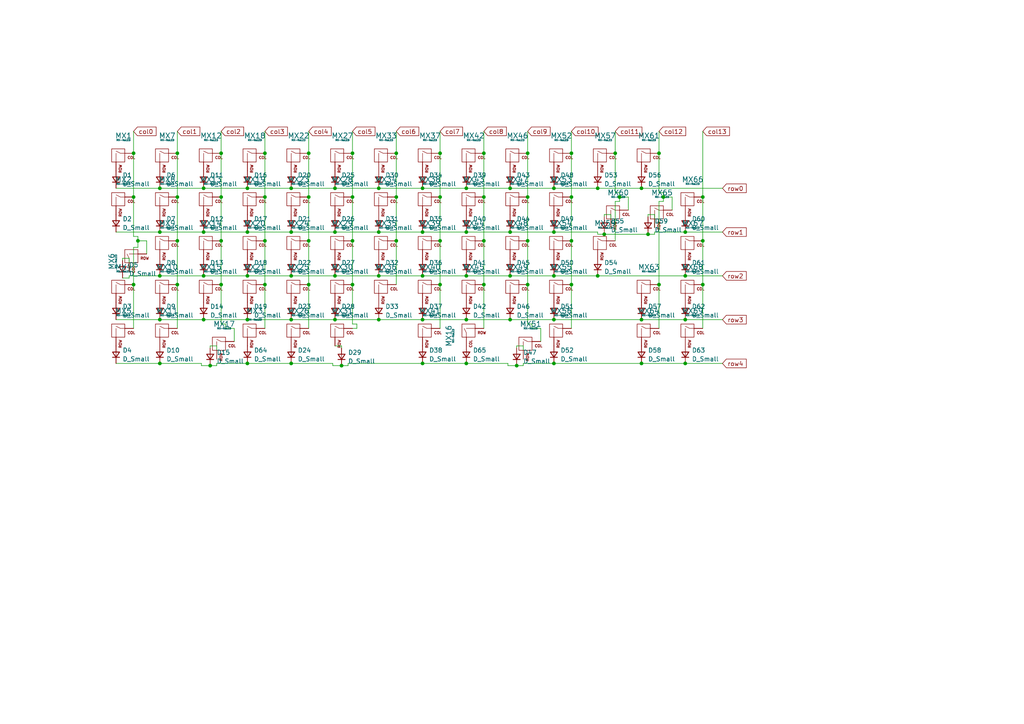
<source format=kicad_sch>
(kicad_sch (version 20250114) (generator "eeschema") (generator_version "9.0")
  (paper "A4")
  (junction (at 147.955 67.31))
  (junction (at 84.455 92.71))
  (junction (at 122.555 92.71))
  (junction (at 60.96 106.045))
  (junction (at 71.755 92.71))
  (junction (at 59.055 67.31))
  (junction (at 153.035 69.85))
  (junction (at 122.555 80.01))
  (junction (at 51.435 57.15))
  (junction (at 46.355 80.01))
  (junction (at 109.855 67.31))
  (junction (at 114.935 57.15))
  (junction (at 59.055 54.61))
  (junction (at 51.435 44.45))
  (junction (at 198.755 105.41))
  (junction (at 198.755 92.71))
  (junction (at 76.835 82.55))
  (junction (at 102.235 57.15))
  (junction (at 186.055 105.41))
  (junction (at 71.755 105.41))
  (junction (at 203.835 82.55))
  (junction (at 187.96 67.945))
  (junction (at 84.455 67.31))
  (junction (at 46.355 92.71))
  (junction (at 147.955 92.71))
  (junction (at 140.335 82.55))
  (junction (at 135.255 80.01))
  (junction (at 186.055 92.71))
  (junction (at 84.455 105.41))
  (junction (at 84.455 54.61))
  (junction (at 40.005 69.85))
  (junction (at 46.355 105.41))
  (junction (at 89.535 57.15))
  (junction (at 147.955 54.61))
  (junction (at 178.435 44.45))
  (junction (at 38.735 82.55))
  (junction (at 38.735 44.45))
  (junction (at 51.435 69.85))
  (junction (at 109.855 80.01))
  (junction (at 153.035 44.45))
  (junction (at 153.035 82.55))
  (junction (at 175.26 67.945))
  (junction (at 165.735 57.15))
  (junction (at 198.755 67.31))
  (junction (at 165.735 69.85))
  (junction (at 64.135 44.45))
  (junction (at 191.135 44.45))
  (junction (at 127.635 44.45))
  (junction (at 186.055 54.61))
  (junction (at 203.835 69.85))
  (junction (at 122.555 105.41))
  (junction (at 114.935 69.85))
  (junction (at 203.835 57.15))
  (junction (at 76.835 44.45))
  (junction (at 102.235 44.45))
  (junction (at 160.655 105.41))
  (junction (at 173.355 80.01))
  (junction (at 153.035 57.15))
  (junction (at 198.755 80.01))
  (junction (at 160.655 92.71))
  (junction (at 122.555 67.31))
  (junction (at 109.855 92.71))
  (junction (at 135.255 92.71))
  (junction (at 173.355 54.61))
  (junction (at 135.255 67.31))
  (junction (at 165.735 44.45))
  (junction (at 64.135 57.15))
  (junction (at 84.455 80.01))
  (junction (at 89.535 44.45))
  (junction (at 140.335 57.15))
  (junction (at 51.435 82.55))
  (junction (at 192.405 57.15))
  (junction (at 64.135 69.85))
  (junction (at 149.86 106.045))
  (junction (at 127.635 57.15))
  (junction (at 59.055 80.01))
  (junction (at 191.135 82.55))
  (junction (at 179.705 57.15))
  (junction (at 76.835 69.85))
  (junction (at 140.335 44.45))
  (junction (at 97.155 54.61))
  (junction (at 71.755 54.61))
  (junction (at 165.735 82.55))
  (junction (at 102.235 82.55))
  (junction (at 160.655 67.31))
  (junction (at 140.335 69.85))
  (junction (at 147.955 80.01))
  (junction (at 38.735 57.15))
  (junction (at 89.535 69.85))
  (junction (at 64.135 82.55))
  (junction (at 97.155 67.31))
  (junction (at 97.155 80.01))
  (junction (at 114.935 44.45))
  (junction (at 135.255 54.61))
  (junction (at 127.635 69.85))
  (junction (at 127.635 82.55))
  (junction (at 59.055 92.71))
  (junction (at 46.355 54.61))
  (junction (at 122.555 54.61))
  (junction (at 89.535 82.55))
  (junction (at 102.235 69.85))
  (junction (at 76.835 57.15))
  (junction (at 99.06 106.045))
  (junction (at 46.355 67.31))
  (junction (at 71.755 67.31))
  (junction (at 135.255 105.41))
  (junction (at 109.855 54.61))
  (junction (at 97.155 92.71))
  (junction (at 160.655 80.01))
  (junction (at 160.655 54.61))
  (junction (at 71.755 80.01))
  (wire (pts (xy 175.26 67.945) (xy 187.96 67.945)))
  (wire (pts (xy 147.32 105.41) (xy 135.255 105.41)))
  (wire (pts (xy 40.005 69.85) (xy 40.005 68.58)))
  (wire (pts (xy 160.655 105.41) (xy 151.765 105.41)))
  (wire (pts (xy 38.735 82.55) (xy 38.735 95.25)))
  (wire (pts (xy 149.86 100.33) (xy 149.86 100.965)))
  (wire (pts (xy 189.865 66.04) (xy 189.865 62.23)))
  (wire (pts (xy 192.405 57.15) (xy 192.405 55.88)))
  (wire (pts (xy 64.135 93.98) (xy 64.135 82.55)))
  (wire (pts (xy 84.455 80.01) (xy 97.155 80.01)))
  (wire (pts (xy 97.155 54.61) (xy 109.855 54.61)))
  (wire (pts (xy 135.255 67.31) (xy 147.955 67.31)))
  (wire (pts (xy 46.355 80.01) (xy 37.465 80.01)))
  (wire (pts (xy 71.755 92.71) (xy 84.455 92.71)))
  (wire (pts (xy 76.835 82.55) (xy 76.835 95.25)))
  (wire (pts (xy 165.735 38.1) (xy 165.735 44.45)))
  (wire (pts (xy 97.155 92.71) (xy 109.855 92.71)))
  (wire (pts (xy 38.735 44.45) (xy 38.735 57.15)))
  (wire (pts (xy 109.855 80.01) (xy 122.555 80.01)))
  (wire (pts (xy 165.735 57.15) (xy 165.735 69.85)))
  (wire (pts (xy 96.52 106.045) (xy 96.52 105.41)))
  (wire (pts (xy 51.435 38.1) (xy 51.435 44.45)))
  (wire (pts (xy 127.635 44.45) (xy 127.635 57.15)))
  (wire (pts (xy 62.865 106.045) (xy 60.96 106.045)))
  (wire (pts (xy 191.135 38.1) (xy 191.135 44.45)))
  (wire (pts (xy 178.435 58.42) (xy 178.435 69.85)))
  (wire (pts (xy 62.865 104.14) (xy 62.865 100.33)))
  (wire (pts (xy 51.435 44.45) (xy 51.435 57.15)))
  (wire (pts (xy 153.035 44.45) (xy 153.035 57.15)))
  (wire (pts (xy 97.155 80.01) (xy 109.855 80.01)))
  (wire (pts (xy 151.765 104.14) (xy 151.765 100.33)))
  (wire (pts (xy 135.255 54.61) (xy 147.955 54.61)))
  (wire (pts (xy 100.965 105.41) (xy 100.965 106.045)))
  (wire (pts (xy 192.405 58.42) (xy 192.405 57.15)))
  (wire (pts (xy 37.465 80.645) (xy 35.56 80.645)))
  (wire (pts (xy 140.335 69.85) (xy 140.335 82.55)))
  (wire (pts (xy 191.135 44.45) (xy 191.135 55.88)))
  (wire (pts (xy 33.655 67.31) (xy 46.355 67.31)))
  (wire (pts (xy 114.935 44.45) (xy 114.935 57.15)))
  (wire (pts (xy 182.245 57.15) (xy 179.705 57.15)))
  (wire (pts (xy 192.405 55.88) (xy 191.135 55.88)))
  (wire (pts (xy 189.865 67.31) (xy 189.865 67.945)))
  (wire (pts (xy 203.835 69.85) (xy 203.835 82.55)))
  (wire (pts (xy 76.835 57.15) (xy 76.835 69.85)))
  (wire (pts (xy 122.555 92.71) (xy 135.255 92.71)))
  (wire (pts (xy 127.635 82.55) (xy 127.635 95.25)))
  (wire (pts (xy 33.655 92.71) (xy 46.355 92.71)))
  (wire (pts (xy 147.955 54.61) (xy 160.655 54.61)))
  (wire (pts (xy 191.135 82.55) (xy 191.135 58.42)))
  (wire (pts (xy 71.755 80.01) (xy 84.455 80.01)))
  (wire (pts (xy 147.955 67.31) (xy 160.655 67.31)))
  (wire (pts (xy 58.42 105.41) (xy 46.355 105.41)))
  (wire (pts (xy 109.855 67.31) (xy 122.555 67.31)))
  (wire (pts (xy 71.755 54.61) (xy 84.455 54.61)))
  (wire (pts (xy 140.335 57.15) (xy 140.335 69.85)))
  (wire (pts (xy 122.555 105.41) (xy 100.965 105.41)))
  (wire (pts (xy 156.845 95.25) (xy 154.305 95.25)))
  (wire (pts (xy 89.535 44.45) (xy 89.535 57.15)))
  (wire (pts (xy 38.735 38.1) (xy 38.735 44.45)))
  (wire (pts (xy 46.355 67.31) (xy 59.055 67.31)))
  (wire (pts (xy 65.405 93.98) (xy 64.135 93.98)))
  (wire (pts (xy 59.055 67.31) (xy 71.755 67.31)))
  (wire (pts (xy 140.335 38.1) (xy 140.335 44.45)))
  (wire (pts (xy 186.055 105.41) (xy 198.755 105.41)))
  (wire (pts (xy 151.765 105.41) (xy 151.765 106.045)))
  (wire (pts (xy 178.435 44.45) (xy 178.435 55.88)))
  (wire (pts (xy 59.055 92.71) (xy 71.755 92.71)))
  (wire (pts (xy 147.32 106.045) (xy 147.32 105.41)))
  (wire (pts (xy 189.865 62.23) (xy 187.96 62.23)))
  (wire (pts (xy 40.005 68.58) (xy 38.735 68.58)))
  (wire (pts (xy 51.435 69.85) (xy 51.435 82.55)))
  (wire (pts (xy 179.705 55.88) (xy 179.705 57.15)))
  (wire (pts (xy 71.755 105.41) (xy 62.865 105.41)))
  (wire (pts (xy 51.435 82.55) (xy 51.435 95.25)))
  (wire (pts (xy 154.305 93.98) (xy 154.305 95.25)))
  (wire (pts (xy 178.435 38.1) (xy 178.435 44.45)))
  (wire (pts (xy 135.255 80.01) (xy 147.955 80.01)))
  (wire (pts (xy 42.545 69.85) (xy 40.005 69.85)))
  (wire (pts (xy 35.56 74.93) (xy 35.56 75.565)))
  (wire (pts (xy 149.86 100.33) (xy 151.765 100.33)))
  (wire (pts (xy 114.935 69.85) (xy 114.935 82.55)))
  (wire (pts (xy 40.005 71.755) (xy 40.005 69.85)))
  (wire (pts (xy 114.935 38.1) (xy 114.935 44.45)))
  (wire (pts (xy 173.355 80.01) (xy 198.755 80.01)))
  (wire (pts (xy 60.96 100.33) (xy 60.96 100.965)))
  (wire (pts (xy 160.655 92.71) (xy 186.055 92.71)))
  (wire (pts (xy 177.165 66.04) (xy 177.165 62.23)))
  (wire (pts (xy 198.755 105.41) (xy 209.55 105.41)))
  (wire (pts (xy 109.855 54.61) (xy 122.555 54.61)))
  (wire (pts (xy 97.155 67.31) (xy 109.855 67.31)))
  (wire (pts (xy 165.735 69.85) (xy 165.735 82.55)))
  (wire (pts (xy 42.545 73.66) (xy 42.545 69.85)))
  (wire (pts (xy 37.465 78.74) (xy 37.465 74.93)))
  (wire (pts (xy 153.035 38.1) (xy 153.035 44.45)))
  (wire (pts (xy 192.405 57.15) (xy 194.945 57.15)))
  (wire (pts (xy 179.705 58.42) (xy 178.435 58.42)))
  (wire (pts (xy 76.835 38.1) (xy 76.835 44.45)))
  (wire (pts (xy 122.555 80.01) (xy 135.255 80.01)))
  (wire (pts (xy 96.52 105.41) (xy 84.455 105.41)))
  (wire (pts (xy 102.235 93.98) (xy 102.235 82.55)))
  (wire (pts (xy 165.735 82.55) (xy 165.735 95.25)))
  (wire (pts (xy 64.135 44.45) (xy 64.135 57.15)))
  (wire (pts (xy 46.355 105.41) (xy 33.655 105.41)))
  (wire (pts (xy 67.945 95.25) (xy 65.405 95.25)))
  (wire (pts (xy 60.96 106.045) (xy 58.42 106.045)))
  (wire (pts (xy 103.505 95.25) (xy 102.235 95.25)))
  (wire (pts (xy 103.505 93.98) (xy 102.235 93.98)))
  (wire (pts (xy 186.055 54.61) (xy 209.55 54.61)))
  (wire (pts (xy 175.26 67.945) (xy 173.355 67.945)))
  (wire (pts (xy 140.335 82.55) (xy 140.335 95.25)))
  (wire (pts (xy 76.835 44.45) (xy 76.835 57.15)))
  (wire (pts (xy 179.705 57.15) (xy 179.705 58.42)))
  (wire (pts (xy 46.355 92.71) (xy 59.055 92.71)))
  (wire (pts (xy 165.735 44.45) (xy 165.735 57.15)))
  (wire (pts (xy 203.835 38.1) (xy 203.835 57.15)))
  (wire (pts (xy 38.735 71.755) (xy 40.005 71.755)))
  (wire (pts (xy 64.135 38.1) (xy 64.135 44.45)))
  (wire (pts (xy 37.465 74.93) (xy 35.56 74.93)))
  (wire (pts (xy 156.845 99.06) (xy 156.845 95.25)))
  (wire (pts (xy 89.535 57.15) (xy 89.535 69.85)))
  (wire (pts (xy 127.635 38.1) (xy 127.635 44.45)))
  (wire (pts (xy 89.535 38.1) (xy 89.535 44.45)))
  (wire (pts (xy 38.735 68.58) (xy 38.735 57.15)))
  (wire (pts (xy 51.435 57.15) (xy 51.435 69.85)))
  (wire (pts (xy 127.635 69.85) (xy 127.635 82.55)))
  (wire (pts (xy 59.055 80.01) (xy 71.755 80.01)))
  (wire (pts (xy 135.255 105.41) (xy 122.555 105.41)))
  (wire (pts (xy 140.335 44.45) (xy 140.335 57.15)))
  (wire (pts (xy 114.935 57.15) (xy 114.935 69.85)))
  (wire (pts (xy 76.835 69.85) (xy 76.835 82.55)))
  (wire (pts (xy 198.755 67.31) (xy 189.865 67.31)))
  (wire (pts (xy 160.655 67.31) (xy 173.355 67.31)))
  (wire (pts (xy 189.865 67.945) (xy 187.96 67.945)))
  (wire (pts (xy 89.535 69.85) (xy 89.535 82.55)))
  (wire (pts (xy 84.455 92.71) (xy 97.155 92.71)))
  (wire (pts (xy 102.235 38.1) (xy 102.235 44.45)))
  (wire (pts (xy 100.965 106.045) (xy 99.06 106.045)))
  (wire (pts (xy 102.235 69.85) (xy 102.235 82.55)))
  (wire (pts (xy 102.235 57.15) (xy 102.235 69.85)))
  (wire (pts (xy 102.235 44.45) (xy 102.235 57.15)))
  (wire (pts (xy 173.355 54.61) (xy 186.055 54.61)))
  (wire (pts (xy 38.735 82.55) (xy 38.735 71.755)))
  (wire (pts (xy 149.86 106.045) (xy 147.32 106.045)))
  (wire (pts (xy 187.96 62.23) (xy 187.96 62.865)))
  (wire (pts (xy 182.245 60.96) (xy 182.245 57.15)))
  (wire (pts (xy 160.655 54.61) (xy 173.355 54.61)))
  (wire (pts (xy 160.655 80.01) (xy 173.355 80.01)))
  (wire (pts (xy 64.135 69.85) (xy 64.135 82.55)))
  (wire (pts (xy 64.135 57.15) (xy 64.135 69.85)))
  (wire (pts (xy 109.855 92.71) (xy 122.555 92.71)))
  (wire (pts (xy 191.135 58.42) (xy 192.405 58.42)))
  (wire (pts (xy 59.055 54.61) (xy 71.755 54.61)))
  (wire (pts (xy 65.405 95.25) (xy 65.405 93.98)))
  (wire (pts (xy 147.955 92.71) (xy 160.655 92.71)))
  (wire (pts (xy 84.455 105.41) (xy 71.755 105.41)))
  (wire (pts (xy 99.06 100.33) (xy 97.155 100.33)))
  (wire (pts (xy 194.945 60.96) (xy 194.945 57.15)))
  (wire (pts (xy 37.465 80.01) (xy 37.465 80.645)))
  (wire (pts (xy 153.035 82.55) (xy 153.035 93.98)))
  (wire (pts (xy 203.835 57.15) (xy 203.835 69.85)))
  (wire (pts (xy 71.755 67.31) (xy 84.455 67.31)))
  (wire (pts (xy 151.765 106.045) (xy 149.86 106.045)))
  (wire (pts (xy 198.755 67.31) (xy 209.55 67.31)))
  (wire (pts (xy 122.555 54.61) (xy 135.255 54.61)))
  (wire (pts (xy 122.555 67.31) (xy 135.255 67.31)))
  (wire (pts (xy 89.535 82.55) (xy 89.535 95.25)))
  (wire (pts (xy 173.355 67.945) (xy 173.355 67.31)))
  (wire (pts (xy 103.505 95.25) (xy 103.505 93.98)))
  (wire (pts (xy 186.055 92.71) (xy 198.755 92.71)))
  (wire (pts (xy 175.26 62.23) (xy 175.26 62.865)))
  (wire (pts (xy 58.42 106.045) (xy 58.42 105.41)))
  (wire (pts (xy 198.755 92.71) (xy 209.55 92.71)))
  (wire (pts (xy 67.945 99.06) (xy 67.945 95.25)))
  (wire (pts (xy 84.455 67.31) (xy 97.155 67.31)))
  (wire (pts (xy 153.035 69.85) (xy 153.035 82.55)))
  (wire (pts (xy 178.435 55.88) (xy 179.705 55.88)))
  (wire (pts (xy 33.655 54.61) (xy 46.355 54.61)))
  (wire (pts (xy 203.835 82.55) (xy 203.835 95.25)))
  (wire (pts (xy 147.955 80.01) (xy 160.655 80.01)))
  (wire (pts (xy 62.865 100.33) (xy 60.96 100.33)))
  (wire (pts (xy 99.06 106.045) (xy 96.52 106.045)))
  (wire (pts (xy 84.455 54.61) (xy 97.155 54.61)))
  (wire (pts (xy 198.755 80.01) (xy 209.55 80.01)))
  (wire (pts (xy 127.635 57.15) (xy 127.635 69.85)))
  (wire (pts (xy 160.655 105.41) (xy 186.055 105.41)))
  (wire (pts (xy 62.865 105.41) (xy 62.865 106.045)))
  (wire (pts (xy 46.355 54.61) (xy 59.055 54.61)))
  (wire (pts (xy 153.035 93.98) (xy 154.305 93.98)))
  (wire (pts (xy 135.255 92.71) (xy 147.955 92.71)))
  (wire (pts (xy 46.355 80.01) (xy 59.055 80.01)))
  (wire (pts (xy 191.135 82.55) (xy 191.135 95.25)))
  (wire (pts (xy 99.06 100.33) (xy 99.06 100.965)))
  (wire (pts (xy 177.165 62.23) (xy 175.26 62.23)))
  (wire (pts (xy 153.035 57.15) (xy 153.035 69.85)))
  (global_label "col11" (shape input) (at 178.435 38.1 0) (property "Intersheetrefs" "${INTERSHEET_REFS}" (effects (hide yes))))
  (global_label "col8" (shape input) (at 140.335 38.1 0) (property "Intersheetrefs" "${INTERSHEET_REFS}" (effects (hide yes))))
  (global_label "col10" (shape input) (at 165.735 38.1 0) (property "Intersheetrefs" "${INTERSHEET_REFS}" (effects (hide yes))))
  (global_label "col1" (shape input) (at 51.435 38.1 0) (property "Intersheetrefs" "${INTERSHEET_REFS}" (effects (hide yes))))
  (global_label "col7" (shape input) (at 127.635 38.1 0) (property "Intersheetrefs" "${INTERSHEET_REFS}" (effects (hide yes))))
  (global_label "col13" (shape input) (at 203.835 38.1 0) (property "Intersheetrefs" "${INTERSHEET_REFS}" (effects (hide yes))))
  (global_label "row2" (shape input) (at 209.55 80.01 0) (property "Intersheetrefs" "${INTERSHEET_REFS}" (effects (hide yes))))
  (global_label "col6" (shape input) (at 114.935 38.1 0) (property "Intersheetrefs" "${INTERSHEET_REFS}" (effects (hide yes))))
  (global_label "col5" (shape input) (at 102.235 38.1 0) (property "Intersheetrefs" "${INTERSHEET_REFS}" (effects (hide yes))))
  (global_label "row4" (shape input) (at 209.55 105.41 0) (property "Intersheetrefs" "${INTERSHEET_REFS}" (effects (hide yes))))
  (global_label "col9" (shape input) (at 153.035 38.1 0) (property "Intersheetrefs" "${INTERSHEET_REFS}" (effects (hide yes))))
  (global_label "col12" (shape input) (at 191.135 38.1 0) (property "Intersheetrefs" "${INTERSHEET_REFS}" (effects (hide yes))))
  (global_label "col4" (shape input) (at 89.535 38.1 0) (property "Intersheetrefs" "${INTERSHEET_REFS}" (effects (hide yes))))
  (global_label "row0" (shape input) (at 209.55 54.61 0) (property "Intersheetrefs" "${INTERSHEET_REFS}" (effects (hide yes))))
  (global_label "col3" (shape input) (at 76.835 38.1 0) (property "Intersheetrefs" "${INTERSHEET_REFS}" (effects (hide yes))))
  (global_label "col0" (shape input) (at 38.735 38.1 0) (property "Intersheetrefs" "${INTERSHEET_REFS}" (effects (hide yes))))
  (global_label "row1" (shape input) (at 209.55 67.31 0) (property "Intersheetrefs" "${INTERSHEET_REFS}" (effects (hide yes))))
  (global_label "row3" (shape input) (at 209.55 92.71 0) (property "Intersheetrefs" "${INTERSHEET_REFS}" (effects (hide yes))))
  (global_label "col2" (shape input) (at 64.135 38.1 0) (property "Intersheetrefs" "${INTERSHEET_REFS}" (effects (hide yes))))
  (symbol (lib_id "cipulot_parts:MX-NoLED") (at 98.425 45.72 0) (unit 1)
    (property "Reference" "MX27" (at 99.3106 39.37 0) (effects (font (size 1.524 1.524))))
    (property "Value" "MX-NoLED" (at 99.3106 40.64 0) (effects (font (size 0.508 0.508))))
    (property "Footprint" "marbastlib-mx:SW_MX_HS_1u" (effects (hide yes)))
  )
  (symbol (lib_id "cipulot_parts:MX-NoLED") (at 149.225 83.82 0) (unit 1)
    (property "Reference" "MX49" (at 150.1106 77.47 0) (effects (font (size 1.524 1.524))))
    (property "Value" "MX-NoLED" (at 150.1106 78.74 0) (effects (font (size 0.508 0.508))))
    (property "Footprint" "marbastlib-mx:SW_MX_HS_1u" (effects (hide yes)))
  )
  (symbol (lib_id "Device:D_Small") (at 97.155 52.07 90) (unit 1)
    (property "Reference" "D25" (at 99.06 50.7999 90) (effects (justify right)))
    (property "Value" "D_Small" (at 99.06 53.3399 90) (effects (justify right)))
    (property "Footprint" "Diode_SMD:D_SOD-123" (effects (hide yes)))
  )
  (symbol (lib_id "Device:D_Small") (at 33.655 64.77 90) (unit 1)
    (property "Reference" "D2" (at 35.56 63.4999 90) (effects (justify right)))
    (property "Value" "D_Small" (at 35.56 66.0399 90) (effects (justify right)))
    (property "Footprint" "Diode_SMD:D_SOD-123" (effects (hide yes)))
  )
  (symbol (lib_id "cipulot_parts:MX-NoLED") (at 85.725 45.72 0) (unit 1)
    (property "Reference" "MX22" (at 86.6106 39.37 0) (effects (font (size 1.524 1.524))))
    (property "Value" "MX-NoLED" (at 86.6106 40.64 0) (effects (font (size 0.508 0.508))))
    (property "Footprint" "marbastlib-mx:SW_MX_HS_1u" (effects (hide yes)))
  )
  (symbol (lib_id "Device:D_Small") (at 147.955 77.47 90) (unit 1)
    (property "Reference" "D45" (at 149.86 76.1999 90) (effects (justify right)))
    (property "Value" "D_Small" (at 149.86 78.7399 90) (effects (justify right)))
    (property "Footprint" "Diode_SMD:D_SOD-123" (effects (hide yes)))
  )
  (symbol (lib_id "cipulot_parts:MX-NoLED") (at 161.925 96.52 0) (unit 1)
    (property "Reference" "MX56" (at 162.8106 90.17 0) (effects (font (size 1.524 1.524))))
    (property "Value" "MX-NoLED" (at 162.8106 91.44 0) (effects (font (size 0.508 0.508))))
    (property "Footprint" "marbastlib-mx:SW_MX_HS_1u" (effects (hide yes)))
  )
  (symbol (lib_id "Device:D_Small") (at 135.255 90.17 90) (unit 1)
    (property "Reference" "D42" (at 137.16 88.8999 90) (effects (justify right)))
    (property "Value" "D_Small" (at 137.16 91.4399 90) (effects (justify right)))
    (property "Footprint" "Diode_SMD:D_SOD-123" (effects (hide yes)))
  )
  (symbol (lib_id "cipulot_parts:MX-NoLED") (at 200.025 58.42 0) (unit 1)
    (property "Reference" "MX66" (at 200.9106 52.07 0) (effects (font (size 1.524 1.524))))
    (property "Value" "MX-NoLED" (at 200.9106 53.34 0) (effects (font (size 0.508 0.508))))
    (property "Footprint" "marbastlib-mx:SW_MX_HS_1u" (effects (hide yes)))
  )
  (symbol (lib_id "Device:D_Small") (at 122.555 64.77 90) (unit 1)
    (property "Reference" "D35" (at 124.46 63.4999 90) (effects (justify right)))
    (property "Value" "D_Small" (at 124.46 66.0399 90) (effects (justify right)))
    (property "Footprint" "Diode_SMD:D_SOD-123" (effects (hide yes)))
  )
  (symbol (lib_id "cipulot_parts:MX-NoLED") (at 60.325 45.72 0) (unit 1)
    (property "Reference" "MX12" (at 61.2106 39.37 0) (effects (font (size 1.524 1.524))))
    (property "Value" "MX-NoLED" (at 61.2106 40.64 0) (effects (font (size 0.508 0.508))))
    (property "Footprint" "marbastlib-mx:SW_MX_HS_1u" (effects (hide yes)))
  )
  (symbol (lib_id "cipulot_parts:MX-NoLED") (at 85.725 58.42 0) (unit 1)
    (property "Reference" "MX23" (at 86.6106 52.07 0) (effects (font (size 1.524 1.524))))
    (property "Value" "MX-NoLED" (at 86.6106 53.34 0) (effects (font (size 0.508 0.508))))
    (property "Footprint" "marbastlib-mx:SW_MX_HS_1u" (effects (hide yes)))
  )
  (symbol (lib_id "Device:D_Small") (at 135.255 77.47 90) (unit 1)
    (property "Reference" "D41" (at 137.16 76.1999 90) (effects (justify right)))
    (property "Value" "D_Small" (at 137.16 78.7399 90) (effects (justify right)))
    (property "Footprint" "Diode_SMD:D_SOD-123" (effects (hide yes)))
  )
  (symbol (lib_id "Device:D_Small") (at 97.155 64.77 90) (unit 1)
    (property "Reference" "D26" (at 99.06 63.4999 90) (effects (justify right)))
    (property "Value" "D_Small" (at 99.06 66.0399 90) (effects (justify right)))
    (property "Footprint" "Diode_SMD:D_SOD-123" (effects (hide yes)))
  )
  (symbol (lib_id "Device:D_Small") (at 59.055 90.17 90) (unit 1)
    (property "Reference" "D14" (at 60.96 88.8999 90) (effects (justify right)))
    (property "Value" "D_Small" (at 60.96 91.4399 90) (effects (justify right)))
    (property "Footprint" "Diode_SMD:D_SOD-123" (effects (hide yes)))
  )
  (symbol (lib_name "MX-NoLED_4") (lib_id "cipulot_parts:MX-NoLED") (at 178.435 62.23 0) (unit 1)
    (property "Reference" "MX60" (at 179.3206 55.88 0) (effects (font (size 1.524 1.524))))
    (property "Value" "MX-NoLED" (at 179.3206 57.15 0) (effects (font (size 0.508 0.508))))
    (property "Footprint" "marbastlib-mx:SW_MX_HS_1.5u" (effects (hide yes)))
  )
  (symbol (lib_id "cipulot_parts:MX-NoLED") (at 98.425 58.42 0) (unit 1)
    (property "Reference" "MX28" (at 99.3106 52.07 0) (effects (font (size 1.524 1.524))))
    (property "Value" "MX-NoLED" (at 99.3106 53.34 0) (effects (font (size 0.508 0.508))))
    (property "Footprint" "marbastlib-mx:SW_MX_HS_1u" (effects (hide yes)))
  )
  (symbol (lib_id "Device:D_Small") (at 175.26 65.405 90) (unit 1)
    (property "Reference" "D55" (at 177.165 64.1349 90) (effects (justify right)))
    (property "Value" "D_Small" (at 177.165 66.6749 90) (effects (justify right)))
    (property "Footprint" "Diode_SMD:D_SOD-123" (effects (hide yes)))
  )
  (symbol (lib_id "cipulot_parts:MX-NoLED") (at 187.325 45.72 0) (unit 1)
    (property "Reference" "MX61" (at 188.2106 39.37 0) (effects (font (size 1.524 1.524))))
    (property "Value" "MX-NoLED" (at 188.2106 40.64 0) (effects (font (size 0.508 0.508))))
    (property "Footprint" "marbastlib-mx:SW_MX_HS_1u" (effects (hide yes)))
  )
  (symbol (lib_id "Device:D_Small") (at 46.355 90.17 90) (unit 1)
    (property "Reference" "D9" (at 48.26 88.8999 90) (effects (justify right)))
    (property "Value" "D_Small" (at 48.26 91.4399 90) (effects (justify right)))
    (property "Footprint" "Diode_SMD:D_SOD-123" (effects (hide yes)))
  )
  (symbol (lib_name "MX-NoLED_5") (lib_id "cipulot_parts:MX-NoLED") (at 191.135 62.23 0) (unit 1)
    (property "Reference" "MX65" (at 192.0206 55.88 0) (effects (font (size 1.524 1.524))))
    (property "Value" "MX-NoLED" (at 192.0206 57.15 0) (effects (font (size 0.508 0.508))))
    (property "Footprint" "marbastlib-mx:SW_MX_HS_1u" (effects (hide yes)))
  )
  (symbol (lib_id "cipulot_parts:MX-NoLED") (at 60.325 83.82 0) (unit 1)
    (property "Reference" "MX15" (at 61.2106 77.47 0) (effects (font (size 1.524 1.524))))
    (property "Value" "MX-NoLED" (at 61.2106 78.74 0) (effects (font (size 0.508 0.508))))
    (property "Footprint" "marbastlib-mx:SW_MX_HS_1u" (effects (hide yes)))
  )
  (symbol (lib_id "cipulot_parts:MX-NoLED") (at 111.125 71.12 0) (unit 1)
    (property "Reference" "MX35" (at 112.0106 64.77 0) (effects (font (size 1.524 1.524))))
    (property "Value" "MX-NoLED" (at 112.0106 66.04 0) (effects (font (size 0.508 0.508))))
    (property "Footprint" "marbastlib-mx:SW_MX_HS_1u" (effects (hide yes)))
  )
  (symbol (lib_id "Device:D_Small") (at 46.355 77.47 90) (unit 1)
    (property "Reference" "D8" (at 48.26 76.1999 90) (effects (justify right)))
    (property "Value" "D_Small" (at 48.26 78.7399 90) (effects (justify right)))
    (property "Footprint" "Diode_SMD:D_SOD-123" (effects (hide yes)))
  )
  (symbol (lib_id "cipulot_parts:MX-NoLED") (at 200.025 71.12 0) (unit 1)
    (property "Reference" "MX67" (at 200.9106 64.77 0) (effects (font (size 1.524 1.524))))
    (property "Value" "MX-NoLED" (at 200.9106 66.04 0) (effects (font (size 0.508 0.508))))
    (property "Footprint" "marbastlib-mx:SW_MX_HS_1u" (effects (hide yes)))
  )
  (symbol (lib_id "Device:D_Small") (at 71.755 77.47 90) (unit 1)
    (property "Reference" "D18" (at 73.66 76.1999 90) (effects (justify right)))
    (property "Value" "D_Small" (at 73.66 78.7399 90) (effects (justify right)))
    (property "Footprint" "Diode_SMD:D_SOD-123" (effects (hide yes)))
  )
  (symbol (lib_id "cipulot_parts:MX-NoLED") (at 34.925 45.72 0) (unit 1)
    (property "Reference" "MX1" (at 35.8106 39.37 0) (effects (font (size 1.524 1.524))))
    (property "Value" "MX-NoLED" (at 35.8106 40.64 0) (effects (font (size 0.508 0.508))))
    (property "Footprint" "marbastlib-mx:SW_MX_HS_1u" (effects (hide yes)))
  )
  (symbol (lib_id "cipulot_parts:MX-NoLED") (at 123.825 96.52 0) (unit 1)
    (property "Reference" "MX41" (at 124.7106 90.17 0) (effects (font (size 1.524 1.524))))
    (property "Value" "MX-NoLED" (at 124.7106 91.44 0) (effects (font (size 0.508 0.508))))
    (property "Footprint" "cipulot_parts:MXOnly-2.75U-Hotswap-ReversedStabilizers" (effects (hide yes)))
  )
  (symbol (lib_id "Device:D_Small") (at 109.855 52.07 90) (unit 1)
    (property "Reference" "D30" (at 111.76 50.7999 90) (effects (justify right)))
    (property "Value" "D_Small" (at 111.76 53.3399 90) (effects (justify right)))
    (property "Footprint" "Diode_SMD:D_SOD-123" (effects (hide yes)))
  )
  (symbol (lib_id "cipulot_parts:MX-NoLED") (at 73.025 96.52 0) (unit 1)
    (property "Reference" "MX3" (at 73.9082 90.17 0) (effects (font (size 1.524 1.524))))
    (property "Value" "MX-NoLED" (at 73.9082 92.71 0) (effects (font (size 0.508 0.508))))
    (property "Footprint" "marbastlib-mx:SW_MX_HS_1u" (effects (hide yes)))
  )
  (symbol (lib_name "MX-NoLED_2") (lib_id "cipulot_parts:MX-NoLED") (at 64.135 100.33 0) (unit 1)
    (property "Reference" "MX17" (at 65.0206 93.98 0) (effects (font (size 1.524 1.524))))
    (property "Value" "MX-NoLED" (at 65.0206 95.25 0) (effects (font (size 0.508 0.508))))
    (property "Footprint" "marbastlib-mx:SW_MX_HS_1.25u" (effects (hide yes)))
  )
  (symbol (lib_id "Device:D_Small") (at 84.455 52.07 90) (unit 1)
    (property "Reference" "D20" (at 86.36 50.7999 90) (effects (justify right)))
    (property "Value" "D_Small" (at 86.36 53.3399 90) (effects (justify right)))
    (property "Footprint" "Diode_SMD:D_SOD-123" (effects (hide yes)))
  )
  (symbol (lib_id "Device:D_Small") (at 109.855 77.47 90) (unit 1)
    (property "Reference" "D32" (at 111.76 76.1999 90) (effects (justify right)))
    (property "Value" "D_Small" (at 111.76 78.7399 90) (effects (justify right)))
    (property "Footprint" "Diode_SMD:D_SOD-123" (effects (hide yes)))
  )
  (symbol (lib_id "cipulot_parts:MX-NoLED") (at 187.325 96.52 0) (unit 1)
    (property "Reference" "MX64" (at 188.2106 90.17 0) (effects (font (size 1.524 1.524))))
    (property "Value" "MX-NoLED" (at 188.2106 91.44 0) (effects (font (size 0.508 0.508))))
    (property "Footprint" "marbastlib-mx:SW_MX_HS_1.25u" (effects (hide yes)))
  )
  (symbol (lib_id "Device:D_Small") (at 71.755 102.87 90) (unit 1)
    (property "Reference" "D64" (at 73.66 101.5999 90) (effects (justify right)))
    (property "Value" "D_Small" (at 73.66 104.1399 90) (effects (justify right)))
    (property "Footprint" "Diode_SMD:D_SOD-123" (effects (hide yes)))
    (instances (project "Hotswap" (path "" (reference "D64") (unit 1))) (project "Serendipity-rp2040" (path "" (reference "D15") (unit 1))))
  )
  (symbol (lib_id "Device:D_Small") (at 46.355 64.77 90) (unit 1)
    (property "Reference" "D7" (at 48.26 63.4999 90) (effects (justify right)))
    (property "Value" "D_Small" (at 48.26 66.0399 90) (effects (justify right)))
    (property "Footprint" "Diode_SMD:D_SOD-123" (effects (hide yes)))
  )
  (symbol (lib_id "cipulot_parts:MX-NoLED") (at 34.925 58.42 0) (unit 1)
    (property "Reference" "MX2" (at 35.8106 52.07 0) (effects (font (size 1.524 1.524))))
    (property "Value" "MX-NoLED" (at 35.8106 53.34 0) (effects (font (size 0.508 0.508))))
    (property "Footprint" "marbastlib-mx:SW_MX_HS_1.5u" (effects (hide yes)))
  )
  (symbol (lib_id "cipulot_parts:MX-NoLED") (at 149.225 71.12 0) (unit 1)
    (property "Reference" "MX48" (at 150.1106 64.77 0) (effects (font (size 1.524 1.524))))
    (property "Value" "MX-NoLED" (at 150.1106 66.04 0) (effects (font (size 0.508 0.508))))
    (property "Footprint" "marbastlib-mx:SW_MX_HS_1u" (effects (hide yes)))
  )
  (symbol (lib_id "cipulot_parts:MX-NoLED") (at 111.125 45.72 0) (unit 1)
    (property "Reference" "MX33" (at 112.0106 39.37 0) (effects (font (size 1.524 1.524))))
    (property "Value" "MX-NoLED" (at 112.0106 40.64 0) (effects (font (size 0.508 0.508))))
    (property "Footprint" "marbastlib-mx:SW_MX_HS_1u" (effects (hide yes)))
  )
  (symbol (lib_id "cipulot_parts:MX-NoLED") (at 123.825 83.82 0) (unit 1)
    (property "Reference" "MX40" (at 124.7106 77.47 0) (effects (font (size 1.524 1.524))))
    (property "Value" "MX-NoLED" (at 124.7106 78.74 0) (effects (font (size 0.508 0.508))))
    (property "Footprint" "marbastlib-mx:SW_MX_HS_1u" (effects (hide yes)))
  )
  (symbol (lib_id "Device:D_Small") (at 198.755 64.77 90) (unit 1)
    (property "Reference" "D60" (at 200.66 63.4999 90) (effects (justify right)))
    (property "Value" "D_Small" (at 200.66 66.0399 90) (effects (justify right)))
    (property "Footprint" "Diode_SMD:D_SOD-123" (effects (hide yes)))
  )
  (symbol (lib_id "Device:D_Small") (at 160.655 77.47 90) (unit 1)
    (property "Reference" "D50" (at 162.56 76.1999 90) (effects (justify right)))
    (property "Value" "D_Small" (at 162.56 78.7399 90) (effects (justify right)))
    (property "Footprint" "Diode_SMD:D_SOD-123" (effects (hide yes)))
  )
  (symbol (lib_id "Device:D_Small") (at 173.355 52.07 90) (unit 1)
    (property "Reference" "D53" (at 175.26 50.7999 90) (effects (justify right)))
    (property "Value" "D_Small" (at 175.26 53.3399 90) (effects (justify right)))
    (property "Footprint" "Diode_SMD:D_SOD-123" (effects (hide yes)))
  )
  (symbol (lib_id "Device:D_Small") (at 173.355 77.47 90) (unit 1)
    (property "Reference" "D54" (at 175.26 76.1999 90) (effects (justify right)))
    (property "Value" "D_Small" (at 175.26 78.7399 90) (effects (justify right)))
    (property "Footprint" "Diode_SMD:D_SOD-123" (effects (hide yes)))
  )
  (symbol (lib_id "Device:D_Small") (at 60.96 103.505 90) (unit 1)
    (property "Reference" "D15" (at 62.865 102.2349 90) (effects (justify right)))
    (property "Value" "D_Small" (at 62.865 104.7749 90) (effects (justify right)))
    (property "Footprint" "Diode_SMD:D_SOD-123" (effects (hide yes)))
  )
  (symbol (lib_id "Device:D_Small") (at 198.755 77.47 90) (unit 1)
    (property "Reference" "D61" (at 200.66 76.1999 90) (effects (justify right)))
    (property "Value" "D_Small" (at 200.66 78.7399 90) (effects (justify right)))
    (property "Footprint" "Diode_SMD:D_SOD-123" (effects (hide yes)))
  )
  (symbol (lib_id "cipulot_parts:MX-NoLED") (at 123.825 45.72 0) (unit 1)
    (property "Reference" "MX37" (at 124.7106 39.37 0) (effects (font (size 1.524 1.524))))
    (property "Value" "MX-NoLED" (at 124.7106 40.64 0) (effects (font (size 0.508 0.508))))
    (property "Footprint" "marbastlib-mx:SW_MX_HS_1u" (effects (hide yes)))
  )
  (symbol (lib_id "Device:D_Small") (at 149.86 103.505 90) (unit 1)
    (property "Reference" "D47" (at 151.765 102.2349 90) (effects (justify right)))
    (property "Value" "D_Small" (at 151.765 104.7749 90) (effects (justify right)))
    (property "Footprint" "Diode_SMD:D_SOD-123" (effects (hide yes)))
  )
  (symbol (lib_id "Device:D_Small") (at 186.055 52.07 90) (unit 1)
    (property "Reference" "D56" (at 187.96 50.7999 90) (effects (justify right)))
    (property "Value" "D_Small" (at 187.96 53.3399 90) (effects (justify right)))
    (property "Footprint" "Diode_SMD:D_SOD-123" (effects (hide yes)))
  )
  (symbol (lib_id "Device:D_Small") (at 160.655 64.77 90) (unit 1)
    (property "Reference" "D49" (at 162.56 63.4999 90) (effects (justify right)))
    (property "Value" "D_Small" (at 162.56 66.0399 90) (effects (justify right)))
    (property "Footprint" "Diode_SMD:D_SOD-123" (effects (hide yes)))
  )
  (symbol (lib_id "cipulot_parts:MX-NoLED") (at 34.925 83.82 0) (unit 1)
    (property "Reference" "MX4" (at 35.8106 77.47 0) (effects (font (size 1.524 1.524))))
    (property "Value" "MX-NoLED" (at 35.8106 78.74 0) (effects (font (size 0.508 0.508))))
    (property "Footprint" "cipulot_parts:MXOnly-2.25U-Hotswap-ReversedStabilizers" (effects (hide yes)))
  )
  (symbol (lib_id "Device:D_Small") (at 135.255 64.77 90) (unit 1)
    (property "Reference" "D40" (at 137.16 63.4999 90) (effects (justify right)))
    (property "Value" "D_Small" (at 137.16 66.0399 90) (effects (justify right)))
    (property "Footprint" "Diode_SMD:D_SOD-123" (effects (hide yes)))
  )
  (symbol (lib_id "Device:D_Small") (at 59.055 64.77 90) (unit 1)
    (property "Reference" "D12" (at 60.96 63.4999 90) (effects (justify right)))
    (property "Value" "D_Small" (at 60.96 66.0399 90) (effects (justify right)))
    (property "Footprint" "Diode_SMD:D_SOD-123" (effects (hide yes)))
  )
  (symbol (lib_id "Device:D_Small") (at 99.06 103.505 90) (unit 1)
    (property "Reference" "D29" (at 100.965 102.2349 90) (effects (justify right)))
    (property "Value" "D_Small" (at 100.965 104.7749 90) (effects (justify right)))
    (property "Footprint" "Diode_SMD:D_SOD-123" (effects (hide yes)))
  )
  (symbol (lib_id "Device:D_Small") (at 160.655 52.07 90) (unit 1)
    (property "Reference" "D48" (at 162.56 50.7999 90) (effects (justify right)))
    (property "Value" "D_Small" (at 162.56 53.3399 90) (effects (justify right)))
    (property "Footprint" "Diode_SMD:D_SOD-123" (effects (hide yes)))
  )
  (symbol (lib_id "Device:D_Small") (at 46.355 52.07 90) (unit 1)
    (property "Reference" "D6" (at 48.26 50.7999 90) (effects (justify right)))
    (property "Value" "D_Small" (at 48.26 53.3399 90) (effects (justify right)))
    (property "Footprint" "Diode_SMD:D_SOD-123" (effects (hide yes)))
  )
  (symbol (lib_id "cipulot_parts:MX-NoLED") (at 47.625 83.82 0) (unit 1)
    (property "Reference" "MX10" (at 48.5106 77.47 0) (effects (font (size 1.524 1.524))))
    (property "Value" "MX-NoLED" (at 48.5106 78.74 0) (effects (font (size 0.508 0.508))))
    (property "Footprint" "marbastlib-mx:SW_MX_HS_1u" (effects (hide yes)))
  )
  (symbol (lib_id "Device:D_Small") (at 97.155 77.47 90) (unit 1)
    (property "Reference" "D27" (at 99.06 76.1999 90) (effects (justify right)))
    (property "Value" "D_Small" (at 99.06 78.7399 90) (effects (justify right)))
    (property "Footprint" "Diode_SMD:D_SOD-123" (effects (hide yes)))
  )
  (symbol (lib_name "MX-NoLED_6") (lib_id "cipulot_parts:MX-NoLED") (at 153.035 100.33 0) (unit 1)
    (property "Reference" "MX51" (at 153.9206 93.98 0) (effects (font (size 1.524 1.524))))
    (property "Value" "MX-NoLED" (at 153.9206 95.25 0) (effects (font (size 0.508 0.508))))
    (property "Footprint" "marbastlib-mx:SW_MX_HS_1.25u" (effects (hide yes)))
  )
  (symbol (lib_id "Device:D_Small") (at 147.955 90.17 90) (unit 1)
    (property "Reference" "D46" (at 149.86 88.8999 90) (effects (justify right)))
    (property "Value" "D_Small" (at 149.86 91.4399 90) (effects (justify right)))
    (property "Footprint" "Diode_SMD:D_SOD-123" (effects (hide yes)))
  )
  (symbol (lib_id "Device:D_Small") (at 71.755 52.07 90) (unit 1)
    (property "Reference" "D16" (at 73.66 50.7999 90) (effects (justify right)))
    (property "Value" "D_Small" (at 73.66 53.3399 90) (effects (justify right)))
    (property "Footprint" "Diode_SMD:D_SOD-123" (effects (hide yes)))
  )
  (symbol (lib_id "cipulot_parts:MX-NoLED") (at 123.825 58.42 0) (unit 1)
    (property "Reference" "MX38" (at 124.7106 52.07 0) (effects (font (size 1.524 1.524))))
    (property "Value" "MX-NoLED" (at 124.7106 53.34 0) (effects (font (size 0.508 0.508))))
    (property "Footprint" "marbastlib-mx:SW_MX_HS_1u" (effects (hide yes)))
  )
  (symbol (lib_id "cipulot_parts:MX-NoLED") (at 200.025 83.82 0) (unit 1)
    (property "Reference" "MX68" (at 200.9106 77.47 0) (effects (font (size 1.524 1.524))))
    (property "Value" "MX-NoLED" (at 200.9106 78.74 0) (effects (font (size 0.508 0.508))))
    (property "Footprint" "marbastlib-mx:SW_MX_HS_1u" (effects (hide yes)))
  )
  (symbol (lib_id "cipulot_parts:MX-NoLED") (at 85.725 96.52 0) (unit 1)
    (property "Reference" "MX26" (at 86.6106 90.17 0) (effects (font (size 1.524 1.524))))
    (property "Value" "MX-NoLED" (at 86.6106 91.44 0) (effects (font (size 0.508 0.508))))
    (property "Footprint" "cipulot_parts:MXOnly-2.25U-Hotswap-ReversedStabilizers" (effects (hide yes)))
  )
  (symbol (lib_id "cipulot_parts:MX-NoLED") (at 123.825 71.12 0) (unit 1)
    (property "Reference" "MX39" (at 124.7106 64.77 0) (effects (font (size 1.524 1.524))))
    (property "Value" "MX-NoLED" (at 124.7106 66.04 0) (effects (font (size 0.508 0.508))))
    (property "Footprint" "marbastlib-mx:SW_MX_HS_1u" (effects (hide yes)))
  )
  (symbol (lib_id "cipulot_parts:MX-NoLED") (at 161.925 71.12 0) (unit 1)
    (property "Reference" "MX54" (at 162.8106 64.77 0) (effects (font (size 1.524 1.524))))
    (property "Value" "MX-NoLED" (at 162.8106 66.04 0) (effects (font (size 0.508 0.508))))
    (property "Footprint" "marbastlib-mx:SW_MX_HS_1u" (effects (hide yes)))
  )
  (symbol (lib_id "cipulot_parts:MX-NoLED") (at 47.625 71.12 0) (unit 1)
    (property "Reference" "MX9" (at 48.5106 64.77 0) (effects (font (size 1.524 1.524))))
    (property "Value" "MX-NoLED" (at 48.5106 66.04 0) (effects (font (size 0.508 0.508))))
    (property "Footprint" "marbastlib-mx:SW_MX_HS_1u" (effects (hide yes)))
  )
  (symbol (lib_id "cipulot_parts:MX-NoLED") (at 161.925 58.42 0) (unit 1)
    (property "Reference" "MX53" (at 162.8106 52.07 0) (effects (font (size 1.524 1.524))))
    (property "Value" "MX-NoLED" (at 162.8106 53.34 0) (effects (font (size 0.508 0.508))))
    (property "Footprint" "marbastlib-mx:SW_MX_HS_1u" (effects (hide yes)))
  )
  (symbol (lib_id "cipulot_parts:MX-NoLED") (at 98.425 96.52 0) (unit 1)
    (property "Reference" "MX31" (at 99.3106 90.17 0) (effects (font (size 1.524 1.524))))
    (property "Value" "MX-NoLED" (at 99.3106 91.44 0) (effects (font (size 0.508 0.508))))
    (property "Footprint" "cipulot_parts:MXOnly-7U-Hotswap-ReversedStabilizers" (effects (hide yes)))
  )
  (symbol (lib_id "Device:D_Small") (at 198.755 90.17 90) (unit 1)
    (property "Reference" "D62" (at 200.66 88.8999 90) (effects (justify right)))
    (property "Value" "D_Small" (at 200.66 91.4399 90) (effects (justify right)))
    (property "Footprint" "Diode_SMD:D_SOD-123" (effects (hide yes)))
  )
  (symbol (lib_id "Device:D_Small") (at 122.555 52.07 90) (unit 1)
    (property "Reference" "D34" (at 124.46 50.7999 90) (effects (justify right)))
    (property "Value" "D_Small" (at 124.46 53.3399 90) (effects (justify right)))
    (property "Footprint" "Diode_SMD:D_SOD-123" (effects (hide yes)))
  )
  (symbol (lib_id "cipulot_parts:MX-NoLED") (at 98.425 83.82 0) (unit 1)
    (property "Reference" "MX30" (at 99.3106 77.47 0) (effects (font (size 1.524 1.524))))
    (property "Value" "MX-NoLED" (at 99.3106 78.74 0) (effects (font (size 0.508 0.508))))
    (property "Footprint" "marbastlib-mx:SW_MX_HS_1u" (effects (hide yes)))
  )
  (symbol (lib_id "cipulot_parts:MX-NoLED") (at 47.625 45.72 0) (unit 1)
    (property "Reference" "MX7" (at 48.5106 39.37 0) (effects (font (size 1.524 1.524))))
    (property "Value" "MX-NoLED" (at 48.5106 40.64 0) (effects (font (size 0.508 0.508))))
    (property "Footprint" "marbastlib-mx:SW_MX_HS_1u" (effects (hide yes)))
  )
  (symbol (lib_id "cipulot_parts:MX-NoLED") (at 200.025 96.52 0) (unit 1)
    (property "Reference" "MX69" (at 200.9106 90.17 0) (effects (font (size 1.524 1.524))))
    (property "Value" "MX-NoLED" (at 200.9106 91.44 0) (effects (font (size 0.508 0.508))))
    (property "Footprint" "marbastlib-mx:SW_MX_HS_1u" (effects (hide yes)))
  )
  (symbol (lib_id "Device:D_Small") (at 71.755 90.17 90) (unit 1)
    (property "Reference" "D19" (at 73.66 88.8999 90) (effects (justify right)))
    (property "Value" "D_Small" (at 73.66 91.4399 90) (effects (justify right)))
    (property "Footprint" "Diode_SMD:D_SOD-123" (effects (hide yes)))
  )
  (symbol (lib_id "cipulot_parts:MX-NoLED") (at 98.425 71.12 0) (unit 1)
    (property "Reference" "MX29" (at 99.3106 64.77 0) (effects (font (size 1.524 1.524))))
    (property "Value" "MX-NoLED" (at 99.3106 66.04 0) (effects (font (size 0.508 0.508))))
    (property "Footprint" "marbastlib-mx:SW_MX_HS_1u" (effects (hide yes)))
  )
  (symbol (lib_id "cipulot_parts:MX-NoLED") (at 187.325 83.82 0) (unit 1)
    (property "Reference" "MX63" (at 188.2106 77.47 0) (effects (font (size 1.524 1.524))))
    (property "Value" "MX-NoLED" (at 188.2106 78.74 0) (effects (font (size 0.508 0.508))))
    (property "Footprint" "marbastlib-mx:SW_MX_HS_1.75u" (effects (hide yes)))
  )
  (symbol (lib_id "cipulot_parts:MX-NoLED") (at 85.725 71.12 0) (unit 1)
    (property "Reference" "MX24" (at 86.6106 64.77 0) (effects (font (size 1.524 1.524))))
    (property "Value" "MX-NoLED" (at 86.6106 66.04 0) (effects (font (size 0.508 0.508))))
    (property "Footprint" "marbastlib-mx:SW_MX_HS_1u" (effects (hide yes)))
  )
  (symbol (lib_id "cipulot_parts:MX-NoLED") (at 73.025 83.82 0) (unit 1)
    (property "Reference" "MX21" (at 73.9106 77.47 0) (effects (font (size 1.524 1.524))))
    (property "Value" "MX-NoLED" (at 73.9106 78.74 0) (effects (font (size 0.508 0.508))))
    (property "Footprint" "marbastlib-mx:SW_MX_HS_1u" (effects (hide yes)))
  )
  (symbol (lib_id "cipulot_parts:MX-NoLED") (at 136.525 71.12 0) (unit 1)
    (property "Reference" "MX44" (at 137.4106 64.77 0) (effects (font (size 1.524 1.524))))
    (property "Value" "MX-NoLED" (at 137.4106 66.04 0) (effects (font (size 0.508 0.508))))
    (property "Footprint" "marbastlib-mx:SW_MX_HS_1u" (effects (hide yes)))
  )
  (symbol (lib_id "Device:D_Small") (at 109.855 90.17 90) (unit 1)
    (property "Reference" "D33" (at 111.76 88.8999 90) (effects (justify right)))
    (property "Value" "D_Small" (at 111.76 91.4399 90) (effects (justify right)))
    (property "Footprint" "Diode_SMD:D_SOD-123" (effects (hide yes)))
  )
  (symbol (lib_id "Device:D_Small") (at 122.555 102.87 90) (unit 1)
    (property "Reference" "D38" (at 124.46 101.5999 90) (effects (justify right)))
    (property "Value" "D_Small" (at 124.46 104.1399 90) (effects (justify right)))
    (property "Footprint" "Diode_SMD:D_SOD-123" (effects (hide yes)))
  )
  (symbol (lib_id "Device:D_Small") (at 35.56 78.105 90) (unit 1)
    (property "Reference" "D5" (at 37.465 76.8349 90) (effects (justify right)))
    (property "Value" "D_Small" (at 37.465 79.3749 90) (effects (justify right)))
    (property "Footprint" "Diode_SMD:D_SOD-123" (effects (hide yes)))
  )
  (symbol (lib_id "Device:D_Small") (at 198.755 102.87 90) (unit 1)
    (property "Reference" "D63" (at 200.66 101.5999 90) (effects (justify right)))
    (property "Value" "D_Small" (at 200.66 104.1399 90) (effects (justify right)))
    (property "Footprint" "Diode_SMD:D_SOD-123" (effects (hide yes)))
  )
  (symbol (lib_id "Device:D_Small") (at 84.455 90.17 90) (unit 1)
    (property "Reference" "D23" (at 86.36 88.8999 90) (effects (justify right)))
    (property "Value" "D_Small" (at 86.36 91.4399 90) (effects (justify right)))
    (property "Footprint" "Diode_SMD:D_SOD-123" (effects (hide yes)))
  )
  (symbol (lib_id "Device:D_Small") (at 33.655 52.07 90) (unit 1)
    (property "Reference" "D1" (at 35.56 50.7999 90) (effects (justify right)))
    (property "Value" "D_Small" (at 35.56 53.3399 90) (effects (justify right)))
    (property "Footprint" "Diode_SMD:D_SOD-123" (effects (hide yes)))
  )
  (symbol (lib_id "cipulot_parts:MX-NoLED") (at 73.025 58.42 0) (unit 1)
    (property "Reference" "MX19" (at 73.9106 52.07 0) (effects (font (size 1.524 1.524))))
    (property "Value" "MX-NoLED" (at 73.9106 53.34 0) (effects (font (size 0.508 0.508))))
    (property "Footprint" "marbastlib-mx:SW_MX_HS_1u" (effects (hide yes)))
  )
  (symbol (lib_name "MX-NoLED_1") (lib_id "cipulot_parts:MX-NoLED") (at 38.735 74.93 90) (mirror x) (unit 1)
    (property "Reference" "MX6" (at 32.385 75.8156 0) (effects (font (size 1.524 1.524))))
    (property "Value" "MX-NoLED" (at 33.655 75.8156 0) (effects (font (size 0.508 0.508))))
    (property "Footprint" "marbastlib-mx:SW_MX_HS_1.75u" (effects (hide yes)))
  )
  (symbol (lib_id "cipulot_parts:MX-NoLED") (at 136.525 83.82 0) (unit 1)
    (property "Reference" "MX45" (at 137.4106 77.47 0) (effects (font (size 1.524 1.524))))
    (property "Value" "MX-NoLED" (at 137.4106 78.74 0) (effects (font (size 0.508 0.508))))
    (property "Footprint" "marbastlib-mx:SW_MX_HS_1u" (effects (hide yes)))
  )
  (symbol (lib_id "cipulot_parts:MX-NoLED") (at 85.725 83.82 0) (unit 1)
    (property "Reference" "MX25" (at 86.6106 77.47 0) (effects (font (size 1.524 1.524))))
    (property "Value" "MX-NoLED" (at 86.6106 78.74 0) (effects (font (size 0.508 0.508))))
    (property "Footprint" "marbastlib-mx:SW_MX_HS_1u" (effects (hide yes)))
  )
  (symbol (lib_id "cipulot_parts:MX-NoLED") (at 47.625 58.42 0) (unit 1)
    (property "Reference" "MX8" (at 48.5106 52.07 0) (effects (font (size 1.524 1.524))))
    (property "Value" "MX-NoLED" (at 48.5106 53.34 0) (effects (font (size 0.508 0.508))))
    (property "Footprint" "marbastlib-mx:SW_MX_HS_1u" (effects (hide yes)))
  )
  (symbol (lib_id "cipulot_parts:MX-NoLED") (at 174.625 45.72 0) (unit 1)
    (property "Reference" "MX57" (at 175.5106 39.37 0) (effects (font (size 1.524 1.524))))
    (property "Value" "MX-NoLED" (at 175.5106 40.64 0) (effects (font (size 0.508 0.508))))
    (property "Footprint" "marbastlib-mx:SW_MX_HS_1u" (effects (hide yes)))
  )
  (symbol (lib_id "Device:D_Small") (at 59.055 77.47 90) (unit 1)
    (property "Reference" "D13" (at 60.96 76.1999 90) (effects (justify right)))
    (property "Value" "D_Small" (at 60.96 78.7399 90) (effects (justify right)))
    (property "Footprint" "Diode_SMD:D_SOD-123" (effects (hide yes)))
  )
  (symbol (lib_id "cipulot_parts:MX-NoLED") (at 60.325 71.12 0) (unit 1)
    (property "Reference" "MX14" (at 61.2106 64.77 0) (effects (font (size 1.524 1.524))))
    (property "Value" "MX-NoLED" (at 61.2106 66.04 0) (effects (font (size 0.508 0.508))))
    (property "Footprint" "marbastlib-mx:SW_MX_HS_1u" (effects (hide yes)))
  )
  (symbol (lib_id "Device:D_Small") (at 59.055 52.07 90) (unit 1)
    (property "Reference" "D11" (at 60.96 50.7999 90) (effects (justify right)))
    (property "Value" "D_Small" (at 60.96 53.3399 90) (effects (justify right)))
    (property "Footprint" "Diode_SMD:D_SOD-123" (effects (hide yes)))
  )
  (symbol (lib_id "cipulot_parts:MX-NoLED") (at 161.925 45.72 0) (unit 1)
    (property "Reference" "MX52" (at 162.8106 39.37 0) (effects (font (size 1.524 1.524))))
    (property "Value" "MX-NoLED" (at 162.8106 40.64 0) (effects (font (size 0.508 0.508))))
    (property "Footprint" "marbastlib-mx:SW_MX_HS_1u" (effects (hide yes)))
  )
  (symbol (lib_id "cipulot_parts:MX-NoLED") (at 149.225 58.42 0) (unit 1)
    (property "Reference" "MX47" (at 150.1106 52.07 0) (effects (font (size 1.524 1.524))))
    (property "Value" "MX-NoLED" (at 150.1106 53.34 0) (effects (font (size 0.508 0.508))))
    (property "Footprint" "marbastlib-mx:SW_MX_HS_1u" (effects (hide yes)))
  )
  (symbol (lib_id "cipulot_parts:MX-NoLED") (at 174.625 71.12 0) (unit 1)
    (property "Reference" "MX59" (at 175.5106 64.77 0) (effects (font (size 1.524 1.524))))
    (property "Value" "MX-NoLED" (at 175.5106 66.04 0) (effects (font (size 0.508 0.508))))
    (property "Footprint" "cipulot_parts:MXOnly-2.25U-Hotswap-ReversedStabilizers" (effects (hide yes)))
  )
  (symbol (lib_name "MX-NoLED_3") (lib_id "cipulot_parts:MX-NoLED") (at 136.525 96.52 90) (mirror x) (unit 1)
    (property "Reference" "MX16" (at 130.175 97.4056 0) (effects (font (size 1.524 1.524))))
    (property "Value" "MX-NoLED" (at 131.445 97.4056 0) (effects (font (size 0.508 0.508))))
    (property "Footprint" "marbastlib-mx:SW_MX_HS_1.25u" (effects (hide yes)))
    (instances (project "Hotswap" (path "" (reference "MX16") (unit 1))) (project "Serendipity-rp2040" (path "" (reference "MX51") (unit 1))))
  )
  (symbol (lib_id "cipulot_parts:MX-NoLED") (at 149.225 45.72 0) (unit 1)
    (property "Reference" "MX46" (at 150.1106 39.37 0) (effects (font (size 1.524 1.524))))
    (property "Value" "MX-NoLED" (at 150.1106 40.64 0) (effects (font (size 0.508 0.508))))
    (property "Footprint" "marbastlib-mx:SW_MX_HS_1u" (effects (hide yes)))
  )
  (symbol (lib_id "Device:D_Small") (at 84.455 77.47 90) (unit 1)
    (property "Reference" "D22" (at 86.36 76.1999 90) (effects (justify right)))
    (property "Value" "D_Small" (at 86.36 78.7399 90) (effects (justify right)))
    (property "Footprint" "Diode_SMD:D_SOD-123" (effects (hide yes)))
  )
  (symbol (lib_id "cipulot_parts:MX-NoLED") (at 34.925 96.52 0) (unit 1)
    (property "Reference" "MX5" (at 35.8106 90.17 0) (effects (font (size 1.524 1.524))))
    (property "Value" "MX-NoLED" (at 35.8106 91.44 0) (effects (font (size 0.508 0.508))))
    (property "Footprint" "marbastlib-mx:SW_MX_HS_1.25u" (effects (hide yes)))
  )
  (symbol (lib_id "cipulot_parts:MX-NoLED") (at 73.025 45.72 0) (unit 1)
    (property "Reference" "MX18" (at 73.9106 39.37 0) (effects (font (size 1.524 1.524))))
    (property "Value" "MX-NoLED" (at 73.9106 40.64 0) (effects (font (size 0.508 0.508))))
    (property "Footprint" "marbastlib-mx:SW_MX_HS_1u" (effects (hide yes)))
  )
  (symbol (lib_id "cipulot_parts:MX-NoLED") (at 136.525 45.72 0) (unit 1)
    (property "Reference" "MX42" (at 137.4106 39.37 0) (effects (font (size 1.524 1.524))))
    (property "Value" "MX-NoLED" (at 137.4106 40.64 0) (effects (font (size 0.508 0.508))))
    (property "Footprint" "marbastlib-mx:SW_MX_HS_1u" (effects (hide yes)))
  )
  (symbol (lib_id "Device:D_Small") (at 135.255 102.87 90) (unit 1)
    (property "Reference" "D65" (at 137.16 101.5999 90) (effects (justify right)))
    (property "Value" "D_Small" (at 137.16 104.1399 90) (effects (justify right)))
    (property "Footprint" "Diode_SMD:D_SOD-123" (effects (hide yes)))
    (instances (project "Hotswap" (path "" (reference "D65") (unit 1))) (project "Serendipity-rp2040" (path "" (reference "D47") (unit 1))))
  )
  (symbol (lib_id "Device:D_Small") (at 84.455 64.77 90) (unit 1)
    (property "Reference" "D21" (at 86.36 63.4999 90) (effects (justify right)))
    (property "Value" "D_Small" (at 86.36 66.0399 90) (effects (justify right)))
    (property "Footprint" "Diode_SMD:D_SOD-123" (effects (hide yes)))
  )
  (symbol (lib_id "Device:D_Small") (at 147.955 52.07 90) (unit 1)
    (property "Reference" "D43" (at 149.86 50.7999 90) (effects (justify right)))
    (property "Value" "D_Small" (at 149.86 53.3399 90) (effects (justify right)))
    (property "Footprint" "Diode_SMD:D_SOD-123" (effects (hide yes)))
  )
  (symbol (lib_id "Device:D_Small") (at 135.255 52.07 90) (unit 1)
    (property "Reference" "D39" (at 137.16 50.7999 90) (effects (justify right)))
    (property "Value" "D_Small" (at 137.16 53.3399 90) (effects (justify right)))
    (property "Footprint" "Diode_SMD:D_SOD-123" (effects (hide yes)))
  )
  (symbol (lib_id "Device:D_Small") (at 147.955 64.77 90) (unit 1)
    (property "Reference" "D44" (at 149.86 63.4999 90) (effects (justify right)))
    (property "Value" "D_Small" (at 149.86 66.0399 90) (effects (justify right)))
    (property "Footprint" "Diode_SMD:D_SOD-123" (effects (hide yes)))
  )
  (symbol (lib_id "Device:D_Small") (at 33.655 90.17 90) (unit 1)
    (property "Reference" "D3" (at 35.56 88.8999 90) (effects (justify right)))
    (property "Value" "D_Small" (at 35.56 91.4399 90) (effects (justify right)))
    (property "Footprint" "Diode_SMD:D_SOD-123" (effects (hide yes)))
  )
  (symbol (lib_id "Device:D_Small") (at 187.96 65.405 90) (unit 1)
    (property "Reference" "D59" (at 189.865 64.1349 90) (effects (justify right)))
    (property "Value" "D_Small" (at 189.865 66.6749 90) (effects (justify right)))
    (property "Footprint" "Diode_SMD:D_SOD-123" (effects (hide yes)))
  )
  (symbol (lib_id "Device:D_Small") (at 109.855 64.77 90) (unit 1)
    (property "Reference" "D31" (at 111.76 63.4999 90) (effects (justify right)))
    (property "Value" "D_Small" (at 111.76 66.0399 90) (effects (justify right)))
    (property "Footprint" "Diode_SMD:D_SOD-123" (effects (hide yes)))
  )
  (symbol (lib_id "Device:D_Small") (at 71.755 64.77 90) (unit 1)
    (property "Reference" "D17" (at 73.66 63.4999 90) (effects (justify right)))
    (property "Value" "D_Small" (at 73.66 66.0399 90) (effects (justify right)))
    (property "Footprint" "Diode_SMD:D_SOD-123" (effects (hide yes)))
  )
  (symbol (lib_id "Device:D_Small") (at 122.555 77.47 90) (unit 1)
    (property "Reference" "D36" (at 124.46 76.1999 90) (effects (justify right)))
    (property "Value" "D_Small" (at 124.46 78.7399 90) (effects (justify right)))
    (property "Footprint" "Diode_SMD:D_SOD-123" (effects (hide yes)))
  )
  (symbol (lib_id "Device:D_Small") (at 97.155 90.17 90) (unit 1)
    (property "Reference" "D28" (at 99.06 88.8999 90) (effects (justify right)))
    (property "Value" "D_Small" (at 99.06 91.4399 90) (effects (justify right)))
    (property "Footprint" "Diode_SMD:D_SOD-123" (effects (hide yes)))
  )
  (symbol (lib_id "Device:D_Small") (at 84.455 102.87 90) (unit 1)
    (property "Reference" "D24" (at 86.36 101.5999 90) (effects (justify right)))
    (property "Value" "D_Small" (at 86.36 104.1399 90) (effects (justify right)))
    (property "Footprint" "Diode_SMD:D_SOD-123" (effects (hide yes)))
  )
  (symbol (lib_id "Device:D_Small") (at 33.655 102.87 90) (unit 1)
    (property "Reference" "D4" (at 35.56 101.5999 90) (effects (justify right)))
    (property "Value" "D_Small" (at 35.56 104.1399 90) (effects (justify right)))
    (property "Footprint" "Diode_SMD:D_SOD-123" (effects (hide yes)))
  )
  (symbol (lib_id "Device:D_Small") (at 160.655 90.17 90) (unit 1)
    (property "Reference" "D51" (at 162.56 88.8999 90) (effects (justify right)))
    (property "Value" "D_Small" (at 162.56 91.4399 90) (effects (justify right)))
    (property "Footprint" "Diode_SMD:D_SOD-123" (effects (hide yes)))
  )
  (symbol (lib_id "Device:D_Small") (at 122.555 90.17 90) (unit 1)
    (property "Reference" "D37" (at 124.46 88.8999 90) (effects (justify right)))
    (property "Value" "D_Small" (at 124.46 91.4399 90) (effects (justify right)))
    (property "Footprint" "Diode_SMD:D_SOD-123" (effects (hide yes)))
  )
  (symbol (lib_id "Device:D_Small") (at 46.355 102.87 90) (unit 1)
    (property "Reference" "D10" (at 48.26 101.5999 90) (effects (justify right)))
    (property "Value" "D_Small" (at 48.26 104.1399 90) (effects (justify right)))
    (property "Footprint" "Diode_SMD:D_SOD-123" (effects (hide yes)))
  )
  (symbol (lib_id "Device:D_Small") (at 160.655 102.87 90) (unit 1)
    (property "Reference" "D52" (at 162.56 101.5999 90) (effects (justify right)))
    (property "Value" "D_Small" (at 162.56 104.1399 90) (effects (justify right)))
    (property "Footprint" "Diode_SMD:D_SOD-123" (effects (hide yes)))
  )
  (symbol (lib_id "cipulot_parts:MX-NoLED") (at 161.925 83.82 0) (unit 1)
    (property "Reference" "MX55" (at 162.8106 77.47 0) (effects (font (size 1.524 1.524))))
    (property "Value" "MX-NoLED" (at 162.8106 78.74 0) (effects (font (size 0.508 0.508))))
    (property "Footprint" "marbastlib-mx:SW_MX_HS_1u" (effects (hide yes)))
  )
  (symbol (lib_id "cipulot_parts:MX-NoLED") (at 47.625 96.52 0) (unit 1)
    (property "Reference" "MX11" (at 48.5106 90.17 0) (effects (font (size 1.524 1.524))))
    (property "Value" "MX-NoLED" (at 48.5106 91.44 0) (effects (font (size 0.508 0.508))))
    (property "Footprint" "marbastlib-mx:SW_MX_HS_1u" (effects (hide yes)))
  )
  (symbol (lib_id "cipulot_parts:MX-NoLED") (at 111.125 58.42 0) (unit 1)
    (property "Reference" "MX34" (at 112.0106 52.07 0) (effects (font (size 1.524 1.524))))
    (property "Value" "MX-NoLED" (at 112.0106 53.34 0) (effects (font (size 0.508 0.508))))
    (property "Footprint" "marbastlib-mx:SW_MX_HS_1u" (effects (hide yes)))
  )
  (symbol (lib_id "Device:D_Small") (at 186.055 90.17 90) (unit 1)
    (property "Reference" "D57" (at 187.96 88.8999 90) (effects (justify right)))
    (property "Value" "D_Small" (at 187.96 91.4399 90) (effects (justify right)))
    (property "Footprint" "Diode_SMD:D_SOD-123" (effects (hide yes)))
  )
  (symbol (lib_id "Device:D_Small") (at 186.055 102.87 90) (unit 1)
    (property "Reference" "D58" (at 187.96 101.5999 90) (effects (justify right)))
    (property "Value" "D_Small" (at 187.96 104.1399 90) (effects (justify right)))
    (property "Footprint" "Diode_SMD:D_SOD-123" (effects (hide yes)))
  )
  (symbol (lib_id "cipulot_parts:MX-NoLED") (at 111.125 83.82 0) (unit 1)
    (property "Reference" "MX36" (at 112.0106 77.47 0) (effects (font (size 1.524 1.524))))
    (property "Value" "MX-NoLED" (at 112.0106 78.74 0) (effects (font (size 0.508 0.508))))
    (property "Footprint" "marbastlib-mx:SW_MX_HS_1u" (effects (hide yes)))
  )
  (symbol (lib_id "cipulot_parts:MX-NoLED") (at 136.525 58.42 0) (unit 1)
    (property "Reference" "MX43" (at 137.4106 52.07 0) (effects (font (size 1.524 1.524))))
    (property "Value" "MX-NoLED" (at 137.4106 53.34 0) (effects (font (size 0.508 0.508))))
    (property "Footprint" "marbastlib-mx:SW_MX_HS_1u" (effects (hide yes)))
  )
  (symbol (lib_id "cipulot_parts:MX-NoLED") (at 60.325 58.42 0) (unit 1)
    (property "Reference" "MX13" (at 61.2106 52.07 0) (effects (font (size 1.524 1.524))))
    (property "Value" "MX-NoLED" (at 61.2106 53.34 0) (effects (font (size 0.508 0.508))))
    (property "Footprint" "marbastlib-mx:SW_MX_HS_1u" (effects (hide yes)))
  )
  (symbol (lib_id "cipulot_parts:MX-NoLED") (at 73.025 71.12 0) (unit 1)
    (property "Reference" "MX20" (at 73.9106 64.77 0) (effects (font (size 1.524 1.524))))
    (property "Value" "MX-NoLED" (at 73.9106 66.04 0) (effects (font (size 0.508 0.508))))
    (property "Footprint" "marbastlib-mx:SW_MX_HS_1u" (effects (hide yes)))
  )
)
</source>
